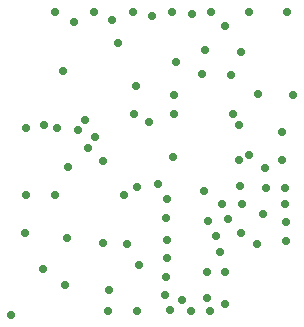
<source format=gbs>
G04 Layer_Color=16711935*
%FSLAX24Y24*%
%MOIN*%
G70*
G01*
G75*
%ADD66C,0.0280*%
D66*
X4450Y7870D02*
D03*
X2160Y2810D02*
D03*
X3560Y1080D02*
D03*
X3530Y400D02*
D03*
X310Y250D02*
D03*
X9690Y7580D02*
D03*
X7900Y6579D02*
D03*
X760Y3000D02*
D03*
X4060Y4240D02*
D03*
X3360Y2640D02*
D03*
X4170Y2630D02*
D03*
X2870Y5830D02*
D03*
X2760Y6740D02*
D03*
X3100Y6170D02*
D03*
X1410Y6580D02*
D03*
X5720Y7590D02*
D03*
Y6950D02*
D03*
X4890Y6690D02*
D03*
X4400Y6950D02*
D03*
X5708Y5505D02*
D03*
X8530Y7630D02*
D03*
X9340Y6340D02*
D03*
X7880Y5430D02*
D03*
X6720Y4400D02*
D03*
X4480Y390D02*
D03*
X7440Y620D02*
D03*
X6820Y830D02*
D03*
X7270Y2340D02*
D03*
X7950Y3000D02*
D03*
X9450Y3360D02*
D03*
X8490Y2620D02*
D03*
X9420Y3940D02*
D03*
X9460Y2730D02*
D03*
X8710Y3620D02*
D03*
X9430Y4500D02*
D03*
X8800Y4470D02*
D03*
X7930Y4540D02*
D03*
X7330Y3960D02*
D03*
X6860Y3400D02*
D03*
X7530Y3450D02*
D03*
X8000Y3950D02*
D03*
X7140Y2890D02*
D03*
X7420Y1680D02*
D03*
X6820Y1670D02*
D03*
X5450Y1510D02*
D03*
X5490Y4130D02*
D03*
X5470Y3480D02*
D03*
X5480Y2750D02*
D03*
Y2140D02*
D03*
X5440Y910D02*
D03*
X5988Y754D02*
D03*
X6300Y370D02*
D03*
X6930D02*
D03*
X8750Y5150D02*
D03*
X5210Y4610D02*
D03*
X790Y4260D02*
D03*
X1750Y4250D02*
D03*
X2080Y1240D02*
D03*
X1830Y6470D02*
D03*
X2020Y8400D02*
D03*
X2400Y10030D02*
D03*
X3870Y9330D02*
D03*
X3650Y10070D02*
D03*
X5010Y10230D02*
D03*
X6320Y10290D02*
D03*
X7420Y9880D02*
D03*
X5780Y8690D02*
D03*
X6770Y9070D02*
D03*
X7970Y9020D02*
D03*
X6650Y8290D02*
D03*
X7620Y8250D02*
D03*
X9340Y5420D02*
D03*
X790Y6480D02*
D03*
X4560Y1913D02*
D03*
X9500Y10350D02*
D03*
X8230D02*
D03*
X6950D02*
D03*
X5650D02*
D03*
X4360D02*
D03*
X3070D02*
D03*
X1770D02*
D03*
X2210Y5180D02*
D03*
X5588Y416D02*
D03*
X1370Y1800D02*
D03*
X3360Y5380D02*
D03*
X2520Y6430D02*
D03*
X4503Y4523D02*
D03*
X8230Y5600D02*
D03*
X7700Y6940D02*
D03*
M02*

</source>
